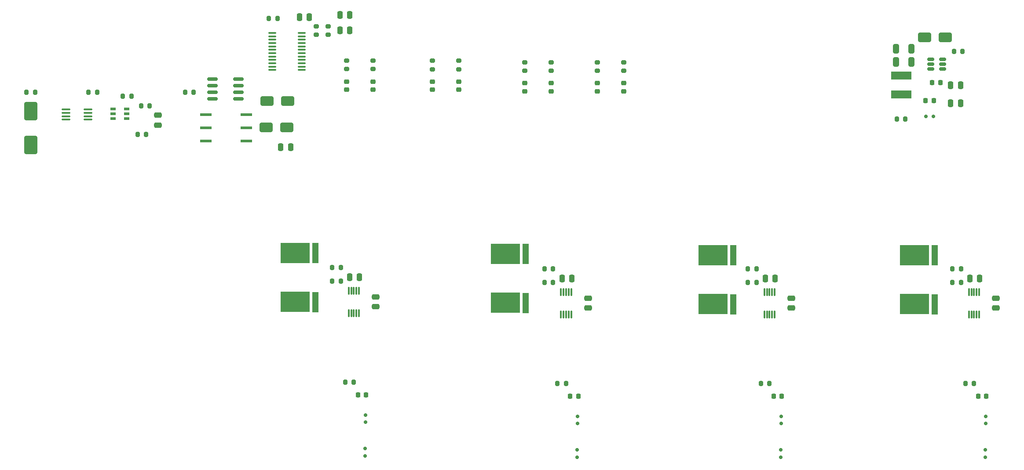
<source format=gbr>
%TF.GenerationSoftware,KiCad,Pcbnew,8.0.3*%
%TF.CreationDate,2024-11-12T13:20:17+01:00*%
%TF.ProjectId,BMU v1,424d5520-7631-42e6-9b69-6361645f7063,rev?*%
%TF.SameCoordinates,Original*%
%TF.FileFunction,Paste,Top*%
%TF.FilePolarity,Positive*%
%FSLAX46Y46*%
G04 Gerber Fmt 4.6, Leading zero omitted, Abs format (unit mm)*
G04 Created by KiCad (PCBNEW 8.0.3) date 2024-11-12 13:20:17*
%MOMM*%
%LPD*%
G01*
G04 APERTURE LIST*
G04 Aperture macros list*
%AMRoundRect*
0 Rectangle with rounded corners*
0 $1 Rounding radius*
0 $2 $3 $4 $5 $6 $7 $8 $9 X,Y pos of 4 corners*
0 Add a 4 corners polygon primitive as box body*
4,1,4,$2,$3,$4,$5,$6,$7,$8,$9,$2,$3,0*
0 Add four circle primitives for the rounded corners*
1,1,$1+$1,$2,$3*
1,1,$1+$1,$4,$5*
1,1,$1+$1,$6,$7*
1,1,$1+$1,$8,$9*
0 Add four rect primitives between the rounded corners*
20,1,$1+$1,$2,$3,$4,$5,0*
20,1,$1+$1,$4,$5,$6,$7,0*
20,1,$1+$1,$6,$7,$8,$9,0*
20,1,$1+$1,$8,$9,$2,$3,0*%
G04 Aperture macros list end*
%ADD10RoundRect,0.200000X0.200000X0.275000X-0.200000X0.275000X-0.200000X-0.275000X0.200000X-0.275000X0*%
%ADD11RoundRect,0.250000X-0.250000X-0.475000X0.250000X-0.475000X0.250000X0.475000X-0.250000X0.475000X0*%
%ADD12RoundRect,0.150000X-0.825000X-0.150000X0.825000X-0.150000X0.825000X0.150000X-0.825000X0.150000X0*%
%ADD13RoundRect,0.150000X-0.200000X0.150000X-0.200000X-0.150000X0.200000X-0.150000X0.200000X0.150000X0*%
%ADD14RoundRect,0.200000X-0.200000X-0.275000X0.200000X-0.275000X0.200000X0.275000X-0.200000X0.275000X0*%
%ADD15RoundRect,0.150000X0.200000X-0.150000X0.200000X0.150000X-0.200000X0.150000X-0.200000X-0.150000X0*%
%ADD16RoundRect,0.200000X0.275000X-0.200000X0.275000X0.200000X-0.275000X0.200000X-0.275000X-0.200000X0*%
%ADD17RoundRect,0.218750X-0.256250X0.218750X-0.256250X-0.218750X0.256250X-0.218750X0.256250X0.218750X0*%
%ADD18RoundRect,0.218750X-0.218750X-0.256250X0.218750X-0.256250X0.218750X0.256250X-0.218750X0.256250X0*%
%ADD19RoundRect,0.250000X-1.000000X-0.650000X1.000000X-0.650000X1.000000X0.650000X-1.000000X0.650000X0*%
%ADD20RoundRect,0.250000X1.000000X0.650000X-1.000000X0.650000X-1.000000X-0.650000X1.000000X-0.650000X0*%
%ADD21RoundRect,0.075000X0.075000X-0.650000X0.075000X0.650000X-0.075000X0.650000X-0.075000X-0.650000X0*%
%ADD22R,4.000000X1.500000*%
%ADD23RoundRect,0.250000X0.250000X0.475000X-0.250000X0.475000X-0.250000X-0.475000X0.250000X-0.475000X0*%
%ADD24R,5.600000X4.000000*%
%ADD25R,1.300000X4.000000*%
%ADD26RoundRect,0.250000X0.325000X0.650000X-0.325000X0.650000X-0.325000X-0.650000X0.325000X-0.650000X0*%
%ADD27RoundRect,0.100000X-0.637500X-0.100000X0.637500X-0.100000X0.637500X0.100000X-0.637500X0.100000X0*%
%ADD28R,1.100000X0.600000*%
%ADD29RoundRect,0.225000X0.225000X0.250000X-0.225000X0.250000X-0.225000X-0.250000X0.225000X-0.250000X0*%
%ADD30RoundRect,0.250000X-0.475000X0.250000X-0.475000X-0.250000X0.475000X-0.250000X0.475000X0.250000X0*%
%ADD31O,1.660000X0.360000*%
%ADD32RoundRect,0.150000X0.512500X0.150000X-0.512500X0.150000X-0.512500X-0.150000X0.512500X-0.150000X0*%
%ADD33R,2.200000X0.500000*%
%ADD34RoundRect,0.225000X-0.225000X-0.250000X0.225000X-0.250000X0.225000X0.250000X-0.225000X0.250000X0*%
%ADD35RoundRect,0.150000X-0.150000X-0.200000X0.150000X-0.200000X0.150000X0.200000X-0.150000X0.200000X0*%
%ADD36RoundRect,0.250000X-1.000000X1.500000X-1.000000X-1.500000X1.000000X-1.500000X1.000000X1.500000X0*%
G04 APERTURE END LIST*
D10*
%TO.C,R38*%
X197033000Y-76450000D03*
X195383000Y-76450000D03*
%TD*%
D11*
%TO.C,C6*%
X159374800Y-78282800D03*
X161274800Y-78282800D03*
%TD*%
D12*
%TO.C,U5*%
X52962000Y-39878000D03*
X52962000Y-41148000D03*
X52962000Y-42418000D03*
X52962000Y-43688000D03*
X57912000Y-43688000D03*
X57912000Y-42418000D03*
X57912000Y-41148000D03*
X57912000Y-39878000D03*
%TD*%
D13*
%TO.C,D6*%
X123259600Y-106229400D03*
X123259600Y-104829400D03*
%TD*%
D11*
%TO.C,C12*%
X77475000Y-27470000D03*
X79375000Y-27470000D03*
%TD*%
D14*
%TO.C,R16*%
X35688000Y-43180000D03*
X37338000Y-43180000D03*
%TD*%
D10*
%TO.C,R4*%
X77653000Y-76196000D03*
X76003000Y-76196000D03*
%TD*%
D15*
%TO.C,D15*%
X201676000Y-111331800D03*
X201676000Y-112731800D03*
%TD*%
D16*
%TO.C,R35*%
X127000000Y-38242500D03*
X127000000Y-36592500D03*
%TD*%
D17*
%TO.C,D20*%
X78740000Y-40335000D03*
X78740000Y-41910000D03*
%TD*%
D15*
%TO.C,D7*%
X123158000Y-111331800D03*
X123158000Y-112731800D03*
%TD*%
D18*
%TO.C,D12*%
X160959700Y-100957400D03*
X162534700Y-100957400D03*
%TD*%
D17*
%TO.C,D25*%
X118110000Y-40640000D03*
X118110000Y-42215000D03*
%TD*%
D18*
%TO.C,D16*%
X200329700Y-100957400D03*
X201904700Y-100957400D03*
%TD*%
D14*
%TO.C,R3*%
X76003000Y-78796000D03*
X77653000Y-78796000D03*
%TD*%
%TO.C,R37*%
X195383000Y-79050000D03*
X197033000Y-79050000D03*
%TD*%
D19*
%TO.C,D5*%
X190000000Y-31800000D03*
X194000000Y-31800000D03*
%TD*%
D18*
%TO.C,D8*%
X121811700Y-100957400D03*
X123386700Y-100957400D03*
%TD*%
D20*
%TO.C,D18*%
X67405000Y-44069000D03*
X63405000Y-44069000D03*
%TD*%
D21*
%TO.C,U1*%
X79162400Y-85004000D03*
X79662400Y-85004000D03*
X80162400Y-85004000D03*
X80662400Y-85004000D03*
X81162400Y-85004000D03*
X81162400Y-80604000D03*
X80662400Y-80604000D03*
X80162400Y-80604000D03*
X79662400Y-80604000D03*
X79162400Y-80604000D03*
%TD*%
D11*
%TO.C,C9*%
X69700000Y-27900000D03*
X71600000Y-27900000D03*
%TD*%
D22*
%TO.C,L1*%
X185500000Y-39200000D03*
X185500000Y-42800000D03*
%TD*%
D14*
%TO.C,R9*%
X17146000Y-42418000D03*
X18796000Y-42418000D03*
%TD*%
D16*
%TO.C,R33*%
X113030000Y-38242500D03*
X113030000Y-36592500D03*
%TD*%
D15*
%TO.C,D3*%
X82296000Y-111077800D03*
X82296000Y-112477800D03*
%TD*%
D11*
%TO.C,C2*%
X79364800Y-78028800D03*
X81264800Y-78028800D03*
%TD*%
D10*
%TO.C,R25*%
X40195000Y-50546000D03*
X38545000Y-50546000D03*
%TD*%
D23*
%TO.C,C13*%
X68006000Y-52959000D03*
X66106000Y-52959000D03*
%TD*%
D16*
%TO.C,R29*%
X78740000Y-37897500D03*
X78740000Y-36247500D03*
%TD*%
D24*
%TO.C,R47*%
X188050000Y-83170000D03*
X188050000Y-73750000D03*
D25*
X191950000Y-83250000D03*
X191950000Y-73750000D03*
%TD*%
D17*
%TO.C,D24*%
X113030000Y-40640000D03*
X113030000Y-42215000D03*
%TD*%
D16*
%TO.C,R36*%
X132080000Y-38242500D03*
X132080000Y-36592500D03*
%TD*%
D14*
%TO.C,R10*%
X116865000Y-79050000D03*
X118515000Y-79050000D03*
%TD*%
%TO.C,R17*%
X156013000Y-79050000D03*
X157663000Y-79050000D03*
%TD*%
D26*
%TO.C,C16*%
X187475000Y-36500000D03*
X184525000Y-36500000D03*
%TD*%
D11*
%TO.C,C4*%
X120226800Y-78282800D03*
X122126800Y-78282800D03*
%TD*%
%TO.C,C14*%
X77475000Y-30480000D03*
X79375000Y-30480000D03*
%TD*%
D16*
%TO.C,R34*%
X118110000Y-38242500D03*
X118110000Y-36592500D03*
%TD*%
D13*
%TO.C,D10*%
X162407600Y-106229400D03*
X162407600Y-104829400D03*
%TD*%
D14*
%TO.C,R15*%
X184675000Y-47500000D03*
X186325000Y-47500000D03*
%TD*%
D16*
%TO.C,R31*%
X95250000Y-37937500D03*
X95250000Y-36287500D03*
%TD*%
%TO.C,R30*%
X83820000Y-37897500D03*
X83820000Y-36247500D03*
%TD*%
D27*
%TO.C,U6*%
X64425000Y-30950000D03*
X64425000Y-31600000D03*
X64425000Y-32250000D03*
X64425000Y-32900000D03*
X64425000Y-33550000D03*
X64425000Y-34200000D03*
X64425000Y-34850000D03*
X64425000Y-35500000D03*
X64425000Y-36150000D03*
X64425000Y-36800000D03*
X64425000Y-37450000D03*
X64425000Y-38100000D03*
X70150000Y-38100000D03*
X70150000Y-37450000D03*
X70150000Y-36800000D03*
X70150000Y-36150000D03*
X70150000Y-35500000D03*
X70150000Y-34850000D03*
X70150000Y-34200000D03*
X70150000Y-33550000D03*
X70150000Y-32900000D03*
X70150000Y-32250000D03*
X70150000Y-31600000D03*
X70150000Y-30950000D03*
%TD*%
D28*
%TO.C,U8*%
X36474652Y-47482102D03*
X36474652Y-46532102D03*
X36474652Y-45582102D03*
X33774652Y-45582102D03*
X33774652Y-46532102D03*
X33774652Y-47482102D03*
%TD*%
D29*
%TO.C,C18*%
X193050000Y-40500000D03*
X191500000Y-40500000D03*
%TD*%
D14*
%TO.C,R39*%
X197853800Y-98519000D03*
X199503800Y-98519000D03*
%TD*%
D17*
%TO.C,D26*%
X127000000Y-40640000D03*
X127000000Y-42215000D03*
%TD*%
D30*
%TO.C,C3*%
X84378800Y-81803200D03*
X84378800Y-83703200D03*
%TD*%
%TO.C,C7*%
X164388800Y-82057200D03*
X164388800Y-83957200D03*
%TD*%
D16*
%TO.C,R27*%
X75184000Y-31305000D03*
X75184000Y-29655000D03*
%TD*%
D14*
%TO.C,R19*%
X158483800Y-98519000D03*
X160133800Y-98519000D03*
%TD*%
D15*
%TO.C,D11*%
X162306000Y-111331800D03*
X162306000Y-112731800D03*
%TD*%
D31*
%TO.C,U4*%
X24740000Y-45690000D03*
X24740000Y-46350000D03*
X24740000Y-47000000D03*
X24740000Y-47650000D03*
X29000000Y-47650000D03*
X29000000Y-47000000D03*
X29000000Y-46350000D03*
X29000000Y-45690000D03*
%TD*%
D16*
%TO.C,R26*%
X72898000Y-31305000D03*
X72898000Y-29655000D03*
%TD*%
D30*
%TO.C,C5*%
X125240800Y-82057200D03*
X125240800Y-83957200D03*
%TD*%
D11*
%TO.C,C10*%
X198744800Y-78282800D03*
X200644800Y-78282800D03*
%TD*%
D14*
%TO.C,R28*%
X63825000Y-28150000D03*
X65475000Y-28150000D03*
%TD*%
D24*
%TO.C,R46*%
X149300000Y-83170000D03*
X149300000Y-73750000D03*
D25*
X153200000Y-83250000D03*
X153200000Y-73750000D03*
%TD*%
D13*
%TO.C,D14*%
X201777600Y-106229400D03*
X201777600Y-104829400D03*
%TD*%
D10*
%TO.C,R18*%
X157663000Y-76450000D03*
X156013000Y-76450000D03*
%TD*%
D17*
%TO.C,D22*%
X95250000Y-40335000D03*
X95250000Y-41910000D03*
%TD*%
D10*
%TO.C,R11*%
X118515000Y-76450000D03*
X116865000Y-76450000D03*
%TD*%
D14*
%TO.C,R12*%
X119335800Y-98519000D03*
X120985800Y-98519000D03*
%TD*%
%TO.C,R5*%
X78473800Y-98265000D03*
X80123800Y-98265000D03*
%TD*%
D20*
%TO.C,D19*%
X67278000Y-49149000D03*
X63278000Y-49149000D03*
%TD*%
D30*
%TO.C,C8*%
X42418000Y-46802000D03*
X42418000Y-48702000D03*
%TD*%
D14*
%TO.C,R22*%
X195675000Y-34500000D03*
X197325000Y-34500000D03*
%TD*%
D17*
%TO.C,D27*%
X132080000Y-40640000D03*
X132080000Y-42215000D03*
%TD*%
D32*
%TO.C,U10*%
X193500000Y-37900000D03*
X193500000Y-36950000D03*
X193500000Y-36000000D03*
X191225000Y-36000000D03*
X191225000Y-36950000D03*
X191225000Y-37900000D03*
%TD*%
D18*
%TO.C,D4*%
X80949700Y-100703400D03*
X82524700Y-100703400D03*
%TD*%
D26*
%TO.C,C15*%
X187475000Y-34000000D03*
X184525000Y-34000000D03*
%TD*%
D24*
%TO.C,R1*%
X68850000Y-82745000D03*
X68850000Y-73325000D03*
D25*
X72750000Y-82825000D03*
X72750000Y-73325000D03*
%TD*%
D21*
%TO.C,U3*%
X159172400Y-85258000D03*
X159672400Y-85258000D03*
X160172400Y-85258000D03*
X160672400Y-85258000D03*
X161172400Y-85258000D03*
X161172400Y-80858000D03*
X160672400Y-80858000D03*
X160172400Y-80858000D03*
X159672400Y-80858000D03*
X159172400Y-80858000D03*
%TD*%
D33*
%TO.C,TR1*%
X51689000Y-46736000D03*
X51689000Y-49276000D03*
X51689000Y-51816000D03*
X59435000Y-51816000D03*
X59435000Y-49276000D03*
X59435000Y-46736000D03*
%TD*%
D10*
%TO.C,R24*%
X40862500Y-45025000D03*
X39212500Y-45025000D03*
%TD*%
D13*
%TO.C,D2*%
X82397600Y-105975400D03*
X82397600Y-104575400D03*
%TD*%
D11*
%TO.C,C20*%
X195050000Y-41000000D03*
X196950000Y-41000000D03*
%TD*%
D14*
%TO.C,R2*%
X29084000Y-42418000D03*
X30734000Y-42418000D03*
%TD*%
D34*
%TO.C,C19*%
X190225000Y-44000000D03*
X191775000Y-44000000D03*
%TD*%
D30*
%TO.C,C11*%
X203758800Y-82057200D03*
X203758800Y-83957200D03*
%TD*%
D16*
%TO.C,R32*%
X100330000Y-37937500D03*
X100330000Y-36287500D03*
%TD*%
D21*
%TO.C,U7*%
X198542400Y-85258000D03*
X199042400Y-85258000D03*
X199542400Y-85258000D03*
X200042400Y-85258000D03*
X200542400Y-85258000D03*
X200542400Y-80858000D03*
X200042400Y-80858000D03*
X199542400Y-80858000D03*
X199042400Y-80858000D03*
X198542400Y-80858000D03*
%TD*%
D17*
%TO.C,D21*%
X83884444Y-40335000D03*
X83884444Y-41910000D03*
%TD*%
D11*
%TO.C,C21*%
X195050000Y-44500000D03*
X196950000Y-44500000D03*
%TD*%
D17*
%TO.C,D23*%
X100330000Y-40335000D03*
X100330000Y-41910000D03*
%TD*%
D24*
%TO.C,R8*%
X109300000Y-82920000D03*
X109300000Y-73500000D03*
D25*
X113200000Y-83000000D03*
X113200000Y-73500000D03*
%TD*%
D35*
%TO.C,D9*%
X191700000Y-47000000D03*
X190300000Y-47000000D03*
%TD*%
D21*
%TO.C,U2*%
X120024400Y-85258000D03*
X120524400Y-85258000D03*
X121024400Y-85258000D03*
X121524400Y-85258000D03*
X122024400Y-85258000D03*
X122024400Y-80858000D03*
X121524400Y-80858000D03*
X121024400Y-80858000D03*
X120524400Y-80858000D03*
X120024400Y-80858000D03*
%TD*%
D36*
%TO.C,C1*%
X18000000Y-46000000D03*
X18000000Y-52500000D03*
%TD*%
D10*
%TO.C,R23*%
X49339000Y-42418000D03*
X47689000Y-42418000D03*
%TD*%
M02*

</source>
